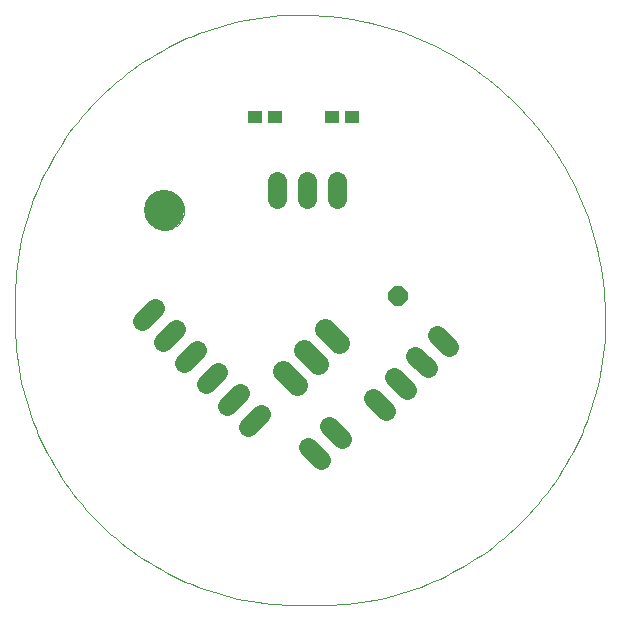
<source format=gts>
G75*
%MOIN*%
%OFA0B0*%
%FSLAX24Y24*%
%IPPOS*%
%LPD*%
%AMOC8*
5,1,8,0,0,1.08239X$1,22.5*
%
%ADD10C,0.0000*%
%ADD11C,0.0640*%
%ADD12OC8,0.0640*%
%ADD13C,0.0700*%
%ADD14C,0.1340*%
%ADD15R,0.0473X0.0434*%
D10*
X000100Y009565D02*
X000100Y010260D01*
X004439Y013261D02*
X004441Y013311D01*
X004447Y013361D01*
X004457Y013411D01*
X004470Y013459D01*
X004487Y013507D01*
X004508Y013553D01*
X004532Y013597D01*
X004560Y013639D01*
X004591Y013679D01*
X004625Y013716D01*
X004662Y013751D01*
X004701Y013782D01*
X004742Y013811D01*
X004786Y013836D01*
X004832Y013858D01*
X004879Y013876D01*
X004927Y013890D01*
X004976Y013901D01*
X005026Y013908D01*
X005076Y013911D01*
X005127Y013910D01*
X005177Y013905D01*
X005227Y013896D01*
X005275Y013884D01*
X005323Y013867D01*
X005369Y013847D01*
X005414Y013824D01*
X005457Y013797D01*
X005497Y013767D01*
X005535Y013734D01*
X005570Y013698D01*
X005603Y013659D01*
X005632Y013618D01*
X005658Y013575D01*
X005681Y013530D01*
X005700Y013483D01*
X005715Y013435D01*
X005727Y013386D01*
X005735Y013336D01*
X005739Y013286D01*
X005739Y013236D01*
X005735Y013186D01*
X005727Y013136D01*
X005715Y013087D01*
X005700Y013039D01*
X005681Y012992D01*
X005658Y012947D01*
X005632Y012904D01*
X005603Y012863D01*
X005570Y012824D01*
X005535Y012788D01*
X005497Y012755D01*
X005457Y012725D01*
X005414Y012698D01*
X005369Y012675D01*
X005323Y012655D01*
X005275Y012638D01*
X005227Y012626D01*
X005177Y012617D01*
X005127Y012612D01*
X005076Y012611D01*
X005026Y012614D01*
X004976Y012621D01*
X004927Y012632D01*
X004879Y012646D01*
X004832Y012664D01*
X004786Y012686D01*
X004742Y012711D01*
X004701Y012740D01*
X004662Y012771D01*
X004625Y012806D01*
X004591Y012843D01*
X004560Y012883D01*
X004532Y012925D01*
X004508Y012969D01*
X004487Y013015D01*
X004470Y013063D01*
X004457Y013111D01*
X004447Y013161D01*
X004441Y013211D01*
X004439Y013261D01*
X000100Y010260D02*
X000103Y010490D01*
X000111Y010720D01*
X000125Y010950D01*
X000144Y011179D01*
X000169Y011408D01*
X000200Y011636D01*
X000236Y011864D01*
X000277Y012090D01*
X000324Y012315D01*
X000377Y012539D01*
X000435Y012762D01*
X000498Y012984D01*
X000566Y013203D01*
X000640Y013421D01*
X000719Y013638D01*
X000803Y013852D01*
X000893Y014064D01*
X000987Y014274D01*
X001087Y014481D01*
X001191Y014686D01*
X001300Y014889D01*
X001415Y015089D01*
X001534Y015286D01*
X001658Y015480D01*
X001786Y015671D01*
X001919Y015859D01*
X002057Y016043D01*
X002199Y016224D01*
X002345Y016402D01*
X002495Y016576D01*
X002650Y016747D01*
X002809Y016913D01*
X002972Y017076D01*
X003138Y017235D01*
X003309Y017390D01*
X003483Y017540D01*
X003661Y017686D01*
X003842Y017828D01*
X004026Y017966D01*
X004214Y018099D01*
X004405Y018227D01*
X004599Y018351D01*
X004796Y018470D01*
X004996Y018585D01*
X005199Y018694D01*
X005404Y018798D01*
X005611Y018898D01*
X005821Y018992D01*
X006033Y019082D01*
X006247Y019166D01*
X006464Y019245D01*
X006682Y019319D01*
X006901Y019387D01*
X007123Y019450D01*
X007346Y019508D01*
X007570Y019561D01*
X007795Y019608D01*
X008021Y019649D01*
X008249Y019685D01*
X008477Y019716D01*
X008706Y019741D01*
X008935Y019760D01*
X009165Y019774D01*
X009395Y019782D01*
X009625Y019785D01*
X009874Y019782D01*
X010124Y019773D01*
X010372Y019757D01*
X010621Y019736D01*
X010869Y019709D01*
X011116Y019675D01*
X011362Y019635D01*
X011607Y019590D01*
X011851Y019538D01*
X012094Y019481D01*
X012335Y019417D01*
X012574Y019348D01*
X012812Y019272D01*
X013048Y019191D01*
X013282Y019104D01*
X013513Y019012D01*
X013742Y018913D01*
X013969Y018810D01*
X014193Y018700D01*
X014414Y018585D01*
X014633Y018465D01*
X014848Y018340D01*
X015061Y018209D01*
X015270Y018073D01*
X015475Y017932D01*
X015677Y017786D01*
X015876Y017635D01*
X016070Y017479D01*
X016261Y017318D01*
X016448Y017153D01*
X016631Y016983D01*
X016809Y016809D01*
X016983Y016631D01*
X017153Y016448D01*
X017318Y016261D01*
X017479Y016070D01*
X017635Y015876D01*
X017786Y015677D01*
X017932Y015475D01*
X018073Y015270D01*
X018209Y015061D01*
X018340Y014848D01*
X018465Y014633D01*
X018585Y014414D01*
X018700Y014193D01*
X018810Y013969D01*
X018913Y013742D01*
X019012Y013513D01*
X019104Y013282D01*
X019191Y013048D01*
X019272Y012812D01*
X019348Y012574D01*
X019417Y012335D01*
X019481Y012094D01*
X019538Y011851D01*
X019590Y011607D01*
X019635Y011362D01*
X019675Y011116D01*
X019709Y010869D01*
X019736Y010621D01*
X019757Y010372D01*
X019773Y010124D01*
X019782Y009874D01*
X019785Y009625D01*
X019782Y009395D01*
X019774Y009165D01*
X019760Y008935D01*
X019741Y008706D01*
X019716Y008477D01*
X019685Y008249D01*
X019649Y008021D01*
X019608Y007795D01*
X019561Y007570D01*
X019508Y007346D01*
X019450Y007123D01*
X019387Y006901D01*
X019319Y006682D01*
X019245Y006464D01*
X019166Y006247D01*
X019082Y006033D01*
X018992Y005821D01*
X018898Y005611D01*
X018798Y005404D01*
X018694Y005199D01*
X018585Y004996D01*
X018470Y004796D01*
X018351Y004599D01*
X018227Y004405D01*
X018099Y004214D01*
X017966Y004026D01*
X017828Y003842D01*
X017686Y003661D01*
X017540Y003483D01*
X017390Y003309D01*
X017235Y003138D01*
X017076Y002972D01*
X016913Y002809D01*
X016747Y002650D01*
X016576Y002495D01*
X016402Y002345D01*
X016224Y002199D01*
X016043Y002057D01*
X015859Y001919D01*
X015671Y001786D01*
X015480Y001658D01*
X015286Y001534D01*
X015089Y001415D01*
X014889Y001300D01*
X014686Y001191D01*
X014481Y001087D01*
X014274Y000987D01*
X014064Y000893D01*
X013852Y000803D01*
X013638Y000719D01*
X013421Y000640D01*
X013203Y000566D01*
X012984Y000498D01*
X012762Y000435D01*
X012539Y000377D01*
X012315Y000324D01*
X012090Y000277D01*
X011864Y000236D01*
X011636Y000200D01*
X011408Y000169D01*
X011179Y000144D01*
X010950Y000125D01*
X010720Y000111D01*
X010490Y000103D01*
X010260Y000100D01*
X009565Y000100D01*
X009336Y000103D01*
X009108Y000111D01*
X008879Y000125D01*
X008651Y000144D01*
X008424Y000169D01*
X008197Y000199D01*
X007972Y000235D01*
X007747Y000276D01*
X007523Y000323D01*
X007300Y000375D01*
X007078Y000432D01*
X006859Y000495D01*
X006640Y000563D01*
X006423Y000637D01*
X006209Y000715D01*
X005996Y000799D01*
X005785Y000888D01*
X005576Y000981D01*
X005370Y001080D01*
X005166Y001184D01*
X004965Y001293D01*
X004767Y001406D01*
X004571Y001525D01*
X004378Y001648D01*
X004188Y001775D01*
X004002Y001908D01*
X003818Y002044D01*
X003638Y002185D01*
X003462Y002331D01*
X003289Y002480D01*
X003119Y002634D01*
X002954Y002792D01*
X002792Y002954D01*
X002634Y003119D01*
X002480Y003289D01*
X002331Y003462D01*
X002185Y003638D01*
X002044Y003818D01*
X001908Y004002D01*
X001775Y004188D01*
X001648Y004378D01*
X001525Y004571D01*
X001406Y004767D01*
X001293Y004965D01*
X001184Y005166D01*
X001080Y005370D01*
X000981Y005576D01*
X000888Y005785D01*
X000799Y005996D01*
X000715Y006209D01*
X000637Y006423D01*
X000563Y006640D01*
X000495Y006859D01*
X000432Y007078D01*
X000375Y007300D01*
X000323Y007523D01*
X000276Y007747D01*
X000235Y007972D01*
X000199Y008197D01*
X000169Y008424D01*
X000144Y008651D01*
X000125Y008879D01*
X000111Y009108D01*
X000103Y009336D01*
X000100Y009565D01*
D11*
X007169Y006757D02*
X007593Y007181D01*
X008300Y006474D02*
X007876Y006050D01*
X006461Y007464D02*
X006886Y007889D01*
X006179Y008596D02*
X005754Y008171D01*
X005047Y008879D02*
X005471Y009303D01*
X004764Y010010D02*
X004340Y009586D01*
X008840Y013640D02*
X008840Y014240D01*
X009840Y014240D02*
X009840Y013640D01*
X010840Y013640D02*
X010840Y014240D01*
X014159Y009123D02*
X014583Y008699D01*
X013876Y007991D02*
X013451Y008416D01*
X012744Y007709D02*
X013169Y007284D01*
X012461Y006577D02*
X012037Y007001D01*
X011006Y005651D02*
X010581Y006076D01*
X009874Y005369D02*
X010299Y004944D01*
D12*
X012880Y010400D03*
D13*
X010908Y008856D02*
X010442Y009323D01*
X009734Y008616D02*
X010201Y008149D01*
X009494Y007442D02*
X009027Y007908D01*
D14*
X005089Y013261D03*
D15*
X008095Y016380D03*
X008765Y016380D03*
X010675Y016370D03*
X011345Y016370D03*
M02*

</source>
